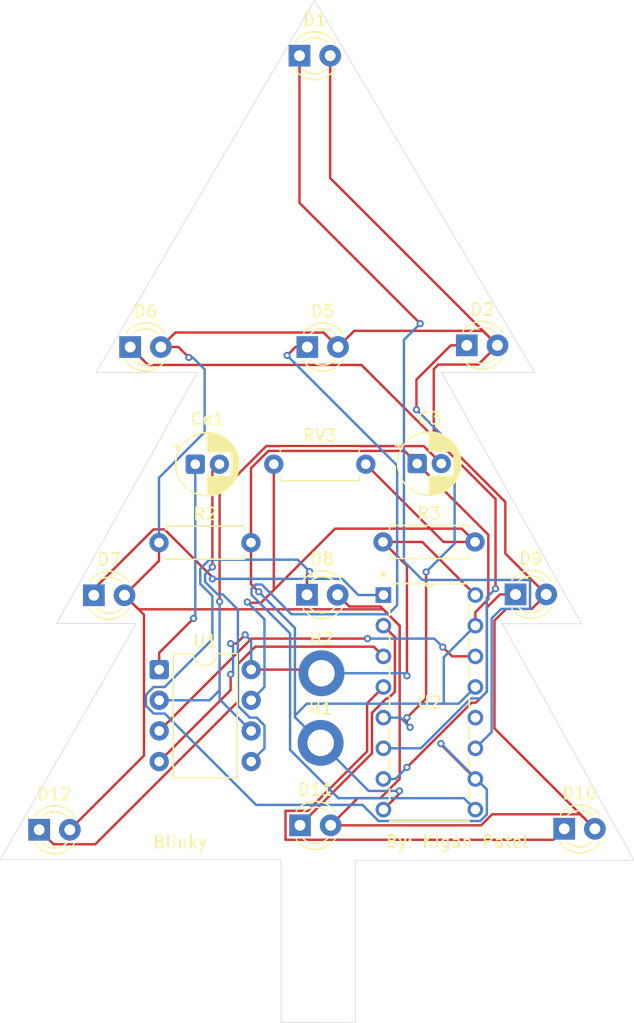
<source format=kicad_pcb>
(kicad_pcb (version 20241229) (generator "pcbnew") (generator_version "9.0")
  (layers (0 "F.Cu" signal) (2 "B.Cu" signal) (13 "F.Paste" user) (15 "B.Paste" user) (5 "F.SilkS" user "F.Silkscreen") (7 "B.SilkS" user "B.Silkscreen") (1 "F.Mask" user) (3 "B.Mask" user) (25 "Edge.Cuts" user))
  (net 0 "")
  (net 1 "TR")
  (net 2 "GND")
  (net 3 "Net-(U1-CV)")
  (net 4 "Net-(U1-GND)")
  (net 5 "Net-(D1-K)")
  (net 6 "Net-(D1-A)")
  (net 7 "Net-(D2-K)")
  (net 8 "Net-(D11-K)")
  (net 9 "Net-(D12-K)")
  (net 10 "Net-(D5-K)")
  (net 11 "Net-(D6-K)")
  (net 12 "Net-(D7-K)")
  (net 13 "Net-(D8-K)")
  (net 14 "Net-(D9-K)")
  (net 15 "Net-(D10-K)")
  (net 16 "+5V")
  (net 17 "Net-(U1-DIS)")
  (net 18 "OUT")
  (footprint "Capacitor_THT:CP_Radial_D5.0mm_P2.00mm" (layer "F.Cu") (at 137.595888 95.08895)
    (property "Reference" "Ce1" (at 1 -3.75 0) (layer "F.SilkS"))
    (property "Value" "0.01 uf")
    (pad "1" thru_hole roundrect (at 0 0) (size 1.6 1.6) (drill 0.8) (layers "*.Cu" "*.Mask") (roundrect_rratio 0.15625) (net 4 "Net-(U1-GND)"))
    (pad "2" thru_hole circle (at 2 0) (size 1.6 1.6) (drill 0.8) (layers "*.Cu" "*.Mask") (net 3 "Net-(U1-CV)"))
  )
  (footprint "LED_THT:LED_D3.0mm" (layer "F.Cu") (at 124.661 125.37895)
    (property "Reference" "D12" (at 1.27 -2.96 0) (layer "F.SilkS"))
    (property "Value" "LED")
    (pad "1" thru_hole rect (at 0 0) (size 1.8 1.8) (drill 0.9) (layers "*.Cu" "*.Mask") (net 9 "Net-(D12-K)"))
    (pad "2" thru_hole circle (at 2.54 0) (size 1.8 1.8) (drill 0.9) (layers "*.Cu" "*.Mask") (net 6 "Net-(D1-A)"))
  )
  (footprint "Package_DIP:DIP-8_W7.62mm" (layer "F.Cu") (at 134.606 112.10895)
    (property "Reference" "U1" (at 3.81 -2.33 0) (layer "F.SilkS"))
    (property "Value" "NE555P")
    (pad "1" thru_hole roundrect (at 0 0) (size 1.6 1.6) (drill 0.8) (layers "*.Cu" "*.Mask") (roundrect_rratio 0.15625) (net 4 "Net-(U1-GND)"))
    (pad "2" thru_hole circle (at 0 2.54) (size 1.6 1.6) (drill 0.8) (layers "*.Cu" "*.Mask") (net 1 "TR"))
    (pad "3" thru_hole circle (at 0 5.08) (size 1.6 1.6) (drill 0.8) (layers "*.Cu" "*.Mask") (net 18 "OUT"))
    (pad "4" thru_hole circle (at 0 7.62) (size 1.6 1.6) (drill 0.8) (layers "*.Cu" "*.Mask") (net 16 "+5V"))
    (pad "5" thru_hole circle (at 7.62 7.62) (size 1.6 1.6) (drill 0.8) (layers "*.Cu" "*.Mask") (net 3 "Net-(U1-CV)"))
    (pad "6" thru_hole circle (at 7.62 5.08) (size 1.6 1.6) (drill 0.8) (layers "*.Cu" "*.Mask") (net 1 "TR"))
    (pad "7" thru_hole circle (at 7.62 2.54) (size 1.6 1.6) (drill 0.8) (layers "*.Cu" "*.Mask") (net 17 "Net-(U1-DIS)"))
    (pad "8" thru_hole circle (at 7.62 0) (size 1.6 1.6) (drill 0.8) (layers "*.Cu" "*.Mask") (net 16 "+5V"))
  )
  (footprint "Resistor_THT:R_Axial_DIN0207_L6.3mm_D2.5mm_P7.62mm_Horizontal" (layer "F.Cu") (at 144.101 95.08895)
    (property "Reference" "RV3" (at 3.81 -2.37 0) (layer "F.SilkS"))
    (property "Value" "50K")
    (pad "1" thru_hole circle (at 0 0) (size 1.6 1.6) (drill 0.8) (layers "*.Cu" "*.Mask") (net 17 "Net-(U1-DIS)"))
    (pad "2" thru_hole circle (at 7.62 0) (size 1.6 1.6) (drill 0.8) (layers "*.Cu" "*.Mask") (net 17 "Net-(U1-DIS)"))
  )
  (footprint "footprints:N16" (layer "F.Cu") (at 160.801 123.70895)
    (property "Reference" "U2" (at -3.81 -8.89 0) (layer "F.SilkS"))
    (property "Value" "4017")
    (fp_text user "*" (at -7.62 -19.1897 0) (layer "F.SilkS"))
    (fp_text user "*" (at -7.62 -19.1897 0) (layer "F.SilkS"))
    (pad "1" thru_hole rect (at -7.62 -17.78) (size 1.2954 1.2954) (drill 0.7874) (layers "*.Cu" "*.Mask") (net 12 "Net-(D7-K)"))
    (pad "2" thru_hole circle (at -7.62 -15.24) (size 1.2954 1.2954) (drill 0.7874) (layers "*.Cu" "*.Mask") (net 8 "Net-(D11-K)"))
    (pad "3" thru_hole circle (at -7.62 -12.7) (size 1.2954 1.2954) (drill 0.7874) (layers "*.Cu" "*.Mask") (net 9 "Net-(D12-K)"))
    (pad "4" thru_hole circle (at -7.62 -10.16) (size 1.2954 1.2954) (drill 0.7874) (layers "*.Cu" "*.Mask") (net 15 "Net-(D10-K)"))
    (pad "5" thru_hole circle (at -7.62 -7.62) (size 1.2954 1.2954) (drill 0.7874) (layers "*.Cu" "*.Mask") (net 7 "Net-(D2-K)"))
    (pad "6" thru_hole circle (at -7.62 -5.08) (size 1.2954 1.2954) (drill 0.7874) (layers "*.Cu" "*.Mask") (net 11 "Net-(D6-K)"))
    (pad "7" thru_hole circle (at -7.62 -2.54) (size 1.2954 1.2954) (drill 0.7874) (layers "*.Cu" "*.Mask") (net 14 "Net-(D9-K)"))
    (pad "8" thru_hole circle (at -7.62 0) (size 1.2954 1.2954) (drill 0.7874) (layers "*.Cu" "*.Mask") (net 2 "GND"))
    (pad "9" thru_hole circle (at 0 0) (size 1.2954 1.2954) (drill 0.7874) (layers "*.Cu" "*.Mask") (net 10 "Net-(D5-K)"))
    (pad "10" thru_hole circle (at 0 -2.54) (size 1.2954 1.2954) (drill 0.7874) (layers "*.Cu" "*.Mask") (net 13 "Net-(D8-K)"))
    (pad "11" thru_hole circle (at 0 -5.08) (size 1.2954 1.2954) (drill 0.7874) (layers "*.Cu" "*.Mask") (net 5 "Net-(D1-K)"))
    (pad "12" thru_hole circle (at 0 -7.62) (size 1.2954 1.2954) (drill 0.7874) (layers "*.Cu" "*.Mask"))
    (pad "13" thru_hole circle (at 0 -10.16) (size 1.2954 1.2954) (drill 0.7874) (layers "*.Cu" "*.Mask") (net 2 "GND"))
    (pad "14" thru_hole circle (at 0 -12.7) (size 1.2954 1.2954) (drill 0.7874) (layers "*.Cu" "*.Mask") (net 18 "OUT"))
    (pad "15" thru_hole circle (at 0 -15.24) (size 1.2954 1.2954) (drill 0.7874) (layers "*.Cu" "*.Mask") (net 2 "GND"))
    (pad "16" thru_hole circle (at 0 -17.78) (size 1.2954 1.2954) (drill 0.7874) (layers "*.Cu" "*.Mask") (net 16 "+5V"))
  )
  (footprint "LED_THT:LED_D3.0mm" (layer "F.Cu") (at 146.851 105.90895)
    (property "Reference" "D8" (at 1.27 -2.96 0) (layer "F.SilkS"))
    (property "Value" "LED")
    (pad "1" thru_hole rect (at 0 0) (size 1.8 1.8) (drill 0.9) (layers "*.Cu" "*.Mask") (net 13 "Net-(D8-K)"))
    (pad "2" thru_hole circle (at 2.54 0) (size 1.8 1.8) (drill 0.9) (layers "*.Cu" "*.Mask") (net 6 "Net-(D1-A)"))
  )
  (footprint "MountingHole:MountingHole_2.2mm_M2_DIN965_Pad" (layer "F.Cu") (at 147.981 118.17895)
    (property "Reference" "H1" (at 0 -2.85 0) (layer "F.SilkS"))
    (property "Value" "MountingHole_Pad")
    (pad "1" thru_hole circle (at 0 0) (size 3.8 3.8) (drill 2.2) (layers "*.Cu" "*.Mask") (net 2 "GND"))
  )
  (footprint "LED_THT:LED_D3.0mm" (layer "F.Cu") (at 129.191 105.94895)
    (property "Reference" "D7" (at 1.27 -2.96 0) (layer "F.SilkS"))
    (property "Value" "LED")
    (pad "1" thru_hole rect (at 0 0) (size 1.8 1.8) (drill 0.9) (layers "*.Cu" "*.Mask") (net 12 "Net-(D7-K)"))
    (pad "2" thru_hole circle (at 2.54 0) (size 1.8 1.8) (drill 0.9) (layers "*.Cu" "*.Mask") (net 6 "Net-(D1-A)"))
  )
  (footprint "LED_THT:LED_D3.0mm" (layer "F.Cu") (at 160.091 85.23895)
    (property "Reference" "D2" (at 1.27 -2.96 0) (layer "F.SilkS"))
    (property "Value" "LED")
    (pad "1" thru_hole rect (at 0 0) (size 1.8 1.8) (drill 0.9) (layers "*.Cu" "*.Mask") (net 7 "Net-(D2-K)"))
    (pad "2" thru_hole circle (at 2.54 0) (size 1.8 1.8) (drill 0.9) (layers "*.Cu" "*.Mask") (net 6 "Net-(D1-A)"))
  )
  (footprint "LED_THT:LED_D3.0mm" (layer "F.Cu") (at 146.271 125.00895)
    (property "Reference" "D11" (at 1.27 -2.96 0) (layer "F.SilkS"))
    (property "Value" "LED")
    (pad "1" thru_hole rect (at 0 0) (size 1.8 1.8) (drill 0.9) (layers "*.Cu" "*.Mask") (net 8 "Net-(D11-K)"))
    (pad "2" thru_hole circle (at 2.54 0) (size 1.8 1.8) (drill 0.9) (layers "*.Cu" "*.Mask") (net 6 "Net-(D1-A)"))
  )
  (footprint "LED_THT:LED_D3.0mm" (layer "F.Cu") (at 168.161 125.29895)
    (property "Reference" "D10" (at 1.27 -2.96 0) (layer "F.SilkS"))
    (property "Value" "LED")
    (pad "1" thru_hole rect (at 0 0) (size 1.8 1.8) (drill 0.9) (layers "*.Cu" "*.Mask") (net 15 "Net-(D10-K)"))
    (pad "2" thru_hole circle (at 2.54 0) (size 1.8 1.8) (drill 0.9) (layers "*.Cu" "*.Mask") (net 6 "Net-(D1-A)"))
  )
  (footprint "LED_THT:LED_D3.0mm" (layer "F.Cu") (at 132.201 85.37895)
    (property "Reference" "D6" (at 1.27 -2.96 0) (layer "F.SilkS"))
    (property "Value" "LED")
    (pad "1" thru_hole rect (at 0 0) (size 1.8 1.8) (drill 0.9) (layers "*.Cu" "*.Mask") (net 11 "Net-(D6-K)"))
    (pad "2" thru_hole circle (at 2.54 0) (size 1.8 1.8) (drill 0.9) (layers "*.Cu" "*.Mask") (net 6 "Net-(D1-A)"))
  )
  (footprint "LED_THT:LED_D3.0mm" (layer "F.Cu") (at 164.131 105.87895)
    (property "Reference" "D9" (at 1.27 -2.96 0) (layer "F.SilkS"))
    (property "Value" "LED")
    (pad "1" thru_hole rect (at 0 0) (size 1.8 1.8) (drill 0.9) (layers "*.Cu" "*.Mask") (net 14 "Net-(D9-K)"))
    (pad "2" thru_hole circle (at 2.54 0) (size 1.8 1.8) (drill 0.9) (layers "*.Cu" "*.Mask") (net 6 "Net-(D1-A)"))
  )
  (footprint "Resistor_THT:R_Axial_DIN0207_L6.3mm_D2.5mm_P7.62mm_Horizontal" (layer "F.Cu") (at 134.591 101.58895)
    (property "Reference" "R2" (at 3.81 -2.37 0) (layer "F.SilkS"))
    (property "Value" "470")
    (pad "1" thru_hole circle (at 0 0) (size 1.6 1.6) (drill 0.8) (layers "*.Cu" "*.Mask") (net 6 "Net-(D1-A)"))
    (pad "2" thru_hole circle (at 7.62 0) (size 1.6 1.6) (drill 0.8) (layers "*.Cu" "*.Mask") (net 2 "GND"))
  )
  (footprint "LED_THT:LED_D3.0mm" (layer "F.Cu") (at 146.231 61.23895)
    (property "Reference" "D1" (at 1.27 -2.96 0) (layer "F.SilkS"))
    (property "Value" "LED")
    (pad "1" thru_hole rect (at 0 0) (size 1.8 1.8) (drill 0.9) (layers "*.Cu" "*.Mask") (net 5 "Net-(D1-K)"))
    (pad "2" thru_hole circle (at 2.54 0) (size 1.8 1.8) (drill 0.9) (layers "*.Cu" "*.Mask") (net 6 "Net-(D1-A)"))
  )
  (footprint "MountingHole:MountingHole_2.2mm_M2_DIN965_Pad" (layer "F.Cu") (at 148.051 112.40895)
    (property "Reference" "H2" (at 0 -2.85 0) (layer "F.SilkS"))
    (property "Value" "MountingHole_Pad")
    (pad "1" thru_hole circle (at 0 0) (size 3.8 3.8) (drill 2.2) (layers "*.Cu" "*.Mask") (net 16 "+5V"))
  )
  (footprint "Capacitor_THT:CP_Radial_D5.0mm_P2.00mm" (layer "F.Cu") (at 155.981 95.03895)
    (property "Reference" "C3" (at 1 -3.75 0) (layer "F.SilkS"))
    (property "Value" "1 Uf")
    (pad "1" thru_hole roundrect (at 0 0) (size 1.6 1.6) (drill 0.8) (layers "*.Cu" "*.Mask") (roundrect_rratio 0.15625) (net 2 "GND"))
    (pad "2" thru_hole circle (at 2 0) (size 1.6 1.6) (drill 0.8) (layers "*.Cu" "*.Mask") (net 1 "TR"))
  )
  (footprint "LED_THT:LED_D3.0mm" (layer "F.Cu") (at 146.881 85.37895)
    (property "Reference" "D5" (at 1.27 -2.96 0) (layer "F.SilkS"))
    (property "Value" "LED")
    (pad "1" thru_hole rect (at 0 0) (size 1.8 1.8) (drill 0.9) (layers "*.Cu" "*.Mask") (net 10 "Net-(D5-K)"))
    (pad "2" thru_hole circle (at 2.54 0) (size 1.8 1.8) (drill 0.9) (layers "*.Cu" "*.Mask") (net 6 "Net-(D1-A)"))
  )
  (footprint "Resistor_THT:R_Axial_DIN0207_L6.3mm_D2.5mm_P7.62mm_Horizontal" (layer "F.Cu") (at 153.151 101.52895)
    (property "Reference" "R3" (at 3.81 -2.37 0) (layer "F.SilkS"))
    (property "Value" "1K")
    (pad "1" thru_hole circle (at 0 0) (size 1.6 1.6) (drill 0.8) (layers "*.Cu" "*.Mask") (net 16 "+5V"))
    (pad "2" thru_hole circle (at 7.62 0) (size 1.6 1.6) (drill 0.8) (layers "*.Cu" "*.Mask") (net 17 "Net-(U1-DIS)"))
  )
  (gr_line (start 144.701 127.83895) (end 121.441 127.83895) (stroke (width 0.05)) (layer "Edge.Cuts"))
  (gr_line (start 137.771 87.47895) (end 129.391 87.47895) (stroke (width 0.05)) (layer "Edge.Cuts"))
  (gr_line (start 144.701 141.34895) (end 144.701 127.83895) (stroke (width 0.05)) (layer "Edge.Cuts"))
  (gr_line (start 129.391 87.47895) (end 147.481 56.64895) (stroke (width 0.05)) (layer "Edge.Cuts"))
  (gr_line (start 148.021 141.35895) (end 144.701 141.34895) (stroke (width 0.05)) (layer "Edge.Cuts"))
  (gr_line (start 165.711 87.47895) (end 158.001 87.47895) (stroke (width 0.05)) (layer "Edge.Cuts"))
  (gr_line (start 132.701 108.27895) (end 126.121 108.27895) (stroke (width 0.05)) (layer "Edge.Cuts"))
  (gr_line (start 173.941 127.90895) (end 150.861 127.90895) (stroke (width 0.05)) (layer "Edge.Cuts"))
  (gr_line (start 150.861 141.36895) (end 148.021 141.35895) (stroke (width 0.05)) (layer "Edge.Cuts"))
  (gr_line (start 126.121 108.27895) (end 137.771 87.47895) (stroke (width 0.05)) (layer "Edge.Cuts"))
  (gr_line (start 169.581 108.30895) (end 163.031 108.30895) (stroke (width 0.05)) (layer "Edge.Cuts"))
  (gr_line (start 158.001 87.47895) (end 169.581 108.30895) (stroke (width 0.05)) (layer "Edge.Cuts"))
  (gr_line (start 150.861 127.90895) (end 150.861 141.36895) (stroke (width 0.05)) (layer "Edge.Cuts"))
  (gr_line (start 163.031 108.30895) (end 173.941 127.90895) (stroke (width 0.05)) (layer "Edge.Cuts"))
  (gr_line (start 147.481 56.64895) (end 165.711 87.47895) (stroke (width 0.05)) (layer "Edge.Cuts"))
  (gr_line (start 121.441 127.83895) (end 132.701 108.27895) (stroke (width 0.05)) (layer "Edge.Cuts"))
  (gr_text "By: Kigan Patel" (at 153.291 126.93895 0) (layer "F.SilkS") (effects (font (size 1 1)) (justify left bottom)))
  (gr_text "Blinky" (at 134.001 126.97895 0) (layer "F.SilkS") (effects (font (size 1 1)) (justify left bottom)))
  (segment (start 143.47885 93.58695) (end 139.611 97.4548) (width 0.2) (layer "F.Cu") (net 1))
  (segment (start 139.611 97.4548) (end 139.611 106.46895) (width 0.2) (layer "F.Cu") (net 1))
  (segment (start 156.529 93.58695) (end 143.47885 93.58695) (width 0.2) (layer "F.Cu") (net 1))
  (segment (start 157.981 95.03895) (end 156.529 93.58695) (width 0.2) (layer "F.Cu") (net 1))
  (via (at 139.611 106.46895) (size 0.6) (drill 0.3) (layers "F.Cu" "B.Cu") (net 1))
  (segment (start 138.781 114.64895) (end 134.606 114.64895) (width 0.2) (layer "B.Cu") (net 1))
  (segment (start 139.611 113.84895) (end 139.611 114.57395) (width 0.2) (layer "B.Cu") (net 1))
  (segment (start 139.611 106.46895) (end 139.611 113.84895) (width 0.2) (layer "B.Cu") (net 1))
  (segment (start 139.611 113.84895) (end 139.581 113.84895) (width 0.2) (layer "B.Cu") (net 1))
  (segment (start 139.581 113.84895) (end 138.781 114.64895) (width 0.2) (layer "B.Cu") (net 1))
  (segment (start 139.611 114.57395) (end 142.226 117.18895) (width 0.2) (layer "B.Cu") (net 1))
  (segment (start 153.181 123.70895) (end 154.511 122.37895) (width 0.2) (layer "F.Cu") (net 2))
  (segment (start 161.872 100.92995) (end 161.872 106.275115) (width 0.2) (layer "F.Cu") (net 2))
  (segment (start 155.981 95.03895) (end 154.93 93.98795) (width 0.2) (layer "F.Cu") (net 2))
  (segment (start 160.801 107.346115) (end 160.801 108.46895) (width 0.2) (layer "F.Cu") (net 2))
  (segment (start 142.211 95.4219) (end 142.211 101.58895) (width 0.2) (layer "F.Cu") (net 2))
  (segment (start 161.872 106.275115) (end 160.801 107.346115) (width 0.2) (layer "F.Cu") (net 2))
  (segment (start 154.93 93.98795) (end 143.64495 93.98795) (width 0.2) (layer "F.Cu") (net 2))
  (segment (start 155.981 95.03895) (end 161.872 100.92995) (width 0.2) (layer "F.Cu") (net 2))
  (segment (start 143.64495 93.98795) (end 142.211 95.4219) (width 0.2) (layer "F.Cu") (net 2))
  (segment (start 154.511 122.37895) (end 154.511 122.16025) (width 0.2) (layer "F.Cu") (net 2))
  (segment (start 142.211 101.58895) (end 142.211 105.01895) (width 0.2) (layer "F.Cu") (net 2))
  (segment (start 142.211 105.01895) (end 142.851 105.65895) (width 0.2) (layer "F.Cu") (net 2))
  (via (at 142.851 105.65895) (size 0.6) (drill 0.3) (layers "F.Cu" "B.Cu") (net 2))
  (via (at 154.511 122.16025) (size 0.6) (drill 0.3) (layers "F.Cu" "B.Cu") (net 2))
  (segment (start 145.85 115.91895) (end 145.85 116.04795) (width 0.2) (layer "B.Cu") (net 2))
  (segment (start 159.421 114.92895) (end 160.801 113.54895) (width 0.2) (layer "B.Cu") (net 2))
  (segment (start 145.85 108.65795) (end 145.85 115.91895) (width 0.2) (layer "B.Cu") (net 2))
  (segment (start 151.9623 122.16025) (end 147.981 118.17895) (width 0.2) (layer "B.Cu") (net 2))
  (segment (start 145.85 115.91895) (end 146.84 114.92895) (width 0.2) (layer "B.Cu") (net 2))
  (segment (start 158.181 114.92895) (end 159.421 114.92895) (width 0.2) (layer "B.Cu") (net 2))
  (segment (start 142.851 105.65895) (end 145.85 108.65795) (width 0.2) (layer "B.Cu") (net 2))
  (segment (start 158.181 114.92895) (end 158.181 111.08895) (width 0.2) (layer "B.Cu") (net 2))
  (segment (start 158.181 111.08895) (end 160.801 108.46895) (width 0.2) (layer "B.Cu") (net 2))
  (segment (start 145.85 116.04795) (end 147.981 118.17895) (width 0.2) (layer "B.Cu") (net 2))
  (segment (start 154.511 122.16025) (end 151.9623 122.16025) (width 0.2) (layer "B.Cu") (net 2))
  (segment (start 146.84 114.92895) (end 158.181 114.92895) (width 0.2) (layer "B.Cu") (net 2))
  (segment (start 139.011 95.673838) (end 139.011 103.603373) (width 0.2) (layer "F.Cu") (net 3))
  (segment (start 139.595888 95.08895) (end 139.011 95.673838) (width 0.2) (layer "F.Cu") (net 3))
  (via (at 139.011 103.603373) (size 0.6) (drill 0.3) (layers "F.Cu" "B.Cu") (net 3))
  (segment (start 139.011 103.603373) (end 138.41 104.204373) (width 0.2) (layer "B.Cu") (net 3))
  (segment (start 143.327 116.7329) (end 143.327 118.62795) (width 0.2) (layer "B.Cu") (net 3))
  (segment (start 141.125 107.133007) (end 141.125 115.105) (width 0.2) (layer "B.Cu") (net 3))
  (segment (start 141.125 115.105) (end 142.10795 116.08795) (width 0.2) (layer "B.Cu") (net 3))
  (segment (start 139.440057 105.86795) (end 139.859943 105.86795) (width 0.2) (layer "B.Cu") (net 3))
  (segment (start 142.68205 116.08795) (end 143.327 116.7329) (width 0.2) (layer "B.Cu") (net 3))
  (segment (start 139.859943 105.86795) (end 141.125 107.133007) (width 0.2) (layer "B.Cu") (net 3))
  (segment (start 142.10795 116.08795) (end 142.68205 116.08795) (width 0.2) (layer "B.Cu") (net 3))
  (segment (start 143.327 118.62795) (end 142.226 119.72895) (width 0.2) (layer "B.Cu") (net 3))
  (segment (start 138.41 104.204373) (end 138.41 104.837893) (width 0.2) (layer "B.Cu") (net 3))
  (segment (start 138.41 104.837893) (end 139.440057 105.86795) (width 0.2) (layer "B.Cu") (net 3))
  (segment (start 134.606 112.10895) (end 134.606 110.71395) (width 0.2) (layer "F.Cu") (net 4))
  (segment (start 134.606 110.71395) (end 137.451 107.86895) (width 0.2) (layer "F.Cu") (net 4))
  (via (at 137.451 107.86895) (size 0.6) (drill 0.3) (layers "F.Cu" "B.Cu") (net 4))
  (segment (start 137.595888 107.724062) (end 137.595888 95.08895) (width 0.2) (layer "B.Cu") (net 4))
  (segment (start 137.451 107.86895) (end 137.595888 107.724062) (width 0.2) (layer "B.Cu") (net 4))
  (segment (start 146.231 61.23895) (end 146.231 73.43795) (width 0.2) (layer "F.Cu") (net 5))
  (segment (start 146.231 73.43795) (end 156.231 83.43795) (width 0.2) (layer "F.Cu") (net 5))
  (via (at 156.231 83.43795) (size 0.6) (drill 0.3) (layers "F.Cu" "B.Cu") (net 5))
  (segment (start 162.1507 117.27925) (end 160.801 118.62895) (width 0.2) (layer "B.Cu") (net 5))
  (segment (start 154.88 84.78895) (end 154.88 103.141685) (width 0.2) (layer "B.Cu") (net 5))
  (segment (start 156.416265 104.67795) (end 165.332 104.67795) (width 0.2) (layer "B.Cu") (net 5))
  (segment (start 165.332 107.07995) (end 162.940833 107.07995) (width 0.2) (layer "B.Cu") (net 5))
  (segment (start 154.88 103.141685) (end 156.416265 104.67795) (width 0.2) (layer "B.Cu") (net 5))
  (segment (start 162.940833 107.07995) (end 162.1507 107.870083) (width 0.2) (layer "B.Cu") (net 5))
  (segment (start 156.231 83.43795) (end 154.88 84.78895) (width 0.2) (layer "B.Cu") (net 5))
  (segment (start 162.1507 107.870083) (end 162.1507 117.27925) (width 0.2) (layer "B.Cu") (net 5))
  (segment (start 165.332 104.67795) (end 165.332 107.07995) (width 0.2) (layer "B.Cu") (net 5))
  (segment (start 163.282671 98.216471) (end 163.282671 102.490621) (width 0.2) (layer "F.Cu") (net 6))
  (segment (start 162.192 124.09795) (end 169.5 124.09795) (width 0.2) (layer "F.Cu") (net 6))
  (segment (start 136.201 85.37895) (end 137.061 86.23895) (width 0.2) (layer "F.Cu") (net 6))
  (segment (start 149.421 85.37895) (end 150.762 84.03795) (width 0.2) (layer "F.Cu") (net 6))
  (segment (start 152.931365 122.76025) (end 151.0597 122.76025) (width 0.2) (layer "F.Cu") (net 6))
  (segment (start 153.163665 107.10995) (end 132.892 107.10995) (width 0.2) (layer "F.Cu") (net 6))
  (segment (start 135.942 84.17795) (end 148.22 84.17795) (width 0.2) (layer "F.Cu") (net 6))
  (segment (start 148.771 61.23895) (end 148.771 71.37895) (width 0.2) (layer "F.Cu") (net 6))
  (segment (start 148.811 125.00895) (end 161.281 125.00895) (width 0.2) (layer "F.Cu") (net 6))
  (segment (start 165.47 107.07995) (end 166.671 105.87895) (width 0.2) (layer "F.Cu") (net 6))
  (segment (start 161.037244 86.832706) (end 157.733317 86.832706) (width 0.2) (layer "F.Cu") (net 6))
  (segment (start 157.354756 92.288556) (end 163.282671 98.216471) (width 0.2) (layer "F.Cu") (net 6))
  (segment (start 134.741 85.37895) (end 136.201 85.37895) (width 0.2) (layer "F.Cu") (net 6))
  (segment (start 162.631 85.23895) (end 161.037244 86.832706) (width 0.2) (layer "F.Cu") (net 6))
  (segment (start 134.591 103.08895) (end 134.591 101.58895) (width 0.2) (layer "F.Cu") (net 6))
  (segment (start 132.892 107.10995) (end 131.731 105.94895) (width 0.2) (layer "F.Cu") (net 6))
  (segment (start 133.346059 119.233891) (end 133.346059 107.564009) (width 0.2) (layer "F.Cu") (net 6))
  (segment (start 154.5307 108.476985) (end 153.163665 107.10995) (width 0.2) (layer "F.Cu") (net 6))
  (segment (start 150.3597 106.87765) (end 152.931365 106.87765) (width 0.2) (layer "F.Cu") (net 6))
  (segment (start 131.731 105.94895) (end 134.591 103.08895) (width 0.2) (layer "F.Cu") (net 6))
  (segment (start 161.43 84.03795) (end 162.631 85.23895) (width 0.2) (layer "F.Cu") (net 6))
  (segment (start 163.282671 102.490621) (end 166.671 105.87895) (width 0.2) (layer "F.Cu") (net 6))
  (segment (start 170.701 125.29895) (end 162.384796 116.982746) (width 0.2) (layer "F.Cu") (net 6))
  (segment (start 154.5307 121.160915) (end 152.931365 122.76025) (width 0.2) (layer "F.Cu") (net 6))
  (segment (start 169.5 124.09795) (end 170.701 125.29895) (width 0.2) (layer "F.Cu") (net 6))
  (segment (start 150.762 84.03795) (end 161.43 84.03795) (width 0.2) (layer "F.Cu") (net 6))
  (segment (start 152.931365 106.87765) (end 154.5307 108.476985) (width 0.2) (layer "F.Cu") (net 6))
  (segment (start 133.346059 107.564009) (end 131.731 105.94895) (width 0.2) (layer "F.Cu") (net 6))
  (segment (start 148.771 71.37895) (end 162.631 85.23895) (width 0.2) (layer "F.Cu") (net 6))
  (segment (start 162.384796 108.041283) (end 163.346129 107.07995) (width 0.2) (layer "F.Cu") (net 6))
  (segment (start 162.384796 116.982746) (end 162.384796 108.041283) (width 0.2) (layer "F.Cu") (net 6))
  (segment (start 154.5307 108.476985) (end 154.5307 121.160915) (width 0.2) (layer "F.Cu") (net 6))
  (segment (start 149.391 105.90895) (end 150.3597 106.87765) (width 0.2) (layer "F.Cu") (net 6))
  (segment (start 157.733317 86.832706) (end 157.354756 87.211267) (width 0.2) (layer "F.Cu") (net 6))
  (segment (start 161.281 125.00895) (end 162.192 124.09795) (width 0.2) (layer "F.Cu") (net 6))
  (segment (start 134.741 85.37895) (end 135.942 84.17795) (width 0.2) (layer "F.Cu") (net 6))
  (segment (start 127.201 125.37895) (end 133.346059 119.233891) (width 0.2) (layer "F.Cu") (net 6))
  (segment (start 148.22 84.17795) (end 149.421 85.37895) (width 0.2) (layer "F.Cu") (net 6))
  (segment (start 157.354756 87.211267) (end 157.354756 92.288556) (width 0.2) (layer "F.Cu") (net 6))
  (segment (start 163.346129 107.07995) (end 165.47 107.07995) (width 0.2) (layer "F.Cu") (net 6))
  (segment (start 151.0597 122.76025) (end 148.811 125.00895) (width 0.2) (layer "F.Cu") (net 6))
  (via (at 137.061 86.23895) (size 0.6) (drill 0.3) (layers "F.Cu" "B.Cu") (net 6))
  (segment (start 138.372 92.426678) (end 134.591 96.207678) (width 0.2) (layer "B.Cu") (net 6))
  (segment (start 137.061 86.23895) (end 137.380942 86.23895) (width 0.2) (layer "B.Cu") (net 6))
  (segment (start 137.380942 86.23895) (end 138.372 87.230008) (width 0.2) (layer "B.Cu") (net 6))
  (segment (start 134.591 96.207678) (end 134.591 101.58895) (width 0.2) (layer "B.Cu") (net 6))
  (segment (start 138.372 87.230008) (end 138.372 92.426678) (width 0.2) (layer "B.Cu") (net 6))
  (segment (start 160.091 85.23895) (end 158.759973 85.23895) (width 0.2) (layer "F.Cu") (net 7))
  (segment (start 156.721 104.01895) (end 156.721 114.49865) (width 0.2) (layer "F.Cu") (net 7))
  (segment (start 156.721 114.49865) (end 155.1307 116.08895) (width 0.2) (layer "F.Cu") (net 7))
  (segment (start 155.91879 88.080133) (end 155.91879 90.57116) (width 0.2) (layer "F.Cu") (net 7))
  (segment (start 158.759973 85.23895) (end 155.91879 88.080133) (width 0.2) (layer "F.Cu") (net 7))
  (segment (start 155.1307 116.62865) (end 155.391 116.88895) (width 0.2) (layer "F.Cu") (net 7))
  (segment (start 155.1307 116.08895) (end 155.1307 116.62865) (width 0.2) (layer "F.Cu") (net 7))
  (via (at 155.91879 90.57116) (size 0.6) (drill 0.3) (layers "F.Cu" "B.Cu") (net 7))
  (via (at 156.721 104.01895) (size 0.6) (drill 0.3) (layers "F.Cu" "B.Cu") (net 7))
  (via (at 155.391 116.88895) (size 0.6) (drill 0.3) (layers "F.Cu" "B.Cu") (net 7))
  (via (at 155.1307 116.08895) (size 0.6) (drill 0.3) (layers "F.Cu" "B.Cu") (net 7))
  (segment (start 159.082 93.73437) (end 159.082 101.65795) (width 0.2) (layer "B.Cu") (net 7))
  (segment (start 155.91879 90.57116) (end 159.082 93.73437) (width 0.2) (layer "B.Cu") (net 7))
  (segment (start 159.082 101.65795) (end 156.721 104.01895) (width 0.2) (layer "B.Cu") (net 7))
  (segment (start 155.391 116.88895) (end 154.591 116.08895) (width 0.2) (layer "B.Cu") (net 7))
  (segment (start 154.591 116.08895) (end 153.181 116.08895) (width 0.2) (layer "B.Cu") (net 7))
  (segment (start 154.1297 109.41765) (end 153.181 108.46895) (width 0.2) (layer "F.Cu") (net 8))
  (segment (start 153.430635 114.49765) (end 153.573965 114.49765) (width 0.2) (layer "F.Cu") (net 8))
  (segment (start 146.271 125.00895) (end 152.2323 119.04765) (width 0.2) (layer "F.Cu") (net 8))
  (segment (start 152.2323 115.695985) (end 153.430635 114.49765) (width 0.2) (layer "F.Cu") (net 8))
  (segment (start 153.573965 114.49765) (end 154.1297 113.941915) (width 0.2) (layer "F.Cu") (net 8))
  (segment (start 154.1297 113.941915) (end 154.1297 109.41765) (width 0.2) (layer "F.Cu") (net 8))
  (segment (start 152.2323 119.04765) (end 152.2323 115.695985) (width 0.2) (layer "F.Cu") (net 8))
  (segment (start 124.661 125.37895) (end 125.862 126.57995) (width 0.2) (layer "F.Cu") (net 9))
  (segment (start 129.31205 126.57995) (end 141.125 114.767) (width 0.2) (layer "F.Cu") (net 9))
  (segment (start 142.56995 110.20795) (end 152.38 110.20795) (width 0.2) (layer "F.Cu") (net 9))
  (segment (start 141.125 114.767) (end 141.125 111.6529) (width 0.2) (layer "F.Cu") (net 9))
  (segment (start 141.125 111.6529) (end 142.56995 110.20795) (width 0.2) (layer "F.Cu") (net 9))
  (segment (start 152.38 110.20795) (end 153.181 111.00895) (width 0.2) (layer "F.Cu") (net 9))
  (segment (start 125.862 126.57995) (end 129.31205 126.57995) (width 0.2) (layer "F.Cu") (net 9))
  (segment (start 145.901 85.37895) (end 145.201 86.07895) (width 0.2) (layer "F.Cu") (net 10))
  (segment (start 146.881 85.37895) (end 145.901 85.37895) (width 0.2) (layer "F.Cu") (net 10))
  (via (at 145.201 86.07895) (size 0.6) (drill 0.3) (layers "F.Cu" "B.Cu") (net 10))
  (segment (start 142.602057 105.05795) (end 142.25 105.410007) (width 0.2) (layer "B.Cu") (net 10))
  (segment (start 145.562243 107.52025) (end 143.099943 105.05795) (width 0.2) (layer "B.Cu") (net 10))
  (segment (start 154.321 106.773215) (end 153.573965 107.52025) (width 0.2) (layer "B.Cu") (net 10))
  (segment (start 145.449 118.759635) (end 149.449615 122.76025) (width 0.2) (layer "B.Cu") (net 10))
  (segment (start 142.25 105.410007) (end 142.25 105.907893) (width 0.2) (layer "B.Cu") (net 10))
  (segment (start 142.25 105.907893) (end 145.449 109.106893) (width 0.2) (layer "B.Cu") (net 10))
  (segment (start 145.201 86.07895) (end 154.321 95.19895) (width 0.2) (layer "B.Cu") (net 10))
  (segment (start 153.573965 107.52025) (end 145.562243 107.52025) (width 0.2) (layer "B.Cu") (net 10))
  (segment (start 149.449615 122.76025) (end 159.8523 122.76025) (width 0.2) (layer "B.Cu") (net 10))
  (segment (start 154.321 95.19895) (end 154.321 106.773215) (width 0.2) (layer "B.Cu") (net 10))
  (segment (start 145.449 109.106893) (end 145.449 118.759635) (width 0.2) (layer "B.Cu") (net 10))
  (segment (start 159.8523 122.76025) (end 160.801 123.70895) (width 0.2) (layer "B.Cu") (net 10))
  (segment (start 143.099943 105.05795) (end 142.602057 105.05795) (width 0.2) (layer "B.Cu") (net 10))
  (segment (start 151.362045 86.862945) (end 162.472 97.9729) (width 0.2) (layer "F.Cu") (net 11))
  (segment (start 133.684995 86.862945) (end 151.362045 86.862945) (width 0.2) (layer "F.Cu") (net 11))
  (segment (start 132.201 85.37895) (end 133.684995 86.862945) (width 0.2) (layer "F.Cu") (net 11))
  (segment (start 162.472 97.9729) (end 162.472 105.401417) (width 0.2) (layer "F.Cu") (net 11))
  (via (at 162.472 105.401417) (size 0.6) (drill 0.3) (layers "F.Cu" "B.Cu") (net 11))
  (segment (start 160.4194 114.49765) (end 156.2881 118.62895) (width 0.2) (layer "B.Cu") (net 11))
  (segment (start 156.2881 118.62895) (end 153.181 118.62895) (width 0.2) (layer "B.Cu") (net 11))
  (segment (start 161.7497 113.941915) (end 161.193965 114.49765) (width 0.2) (layer "B.Cu") (net 11))
  (segment (start 162.472 105.401417) (end 161.7497 106.123717) (width 0.2) (layer "B.Cu") (net 11))
  (segment (start 161.7497 106.123717) (end 161.7497 113.941915) (width 0.2) (layer "B.Cu") (net 11))
  (segment (start 161.193965 114.49765) (end 160.4194 114.49765) (width 0.2) (layer "B.Cu") (net 11))
  (segment (start 135.04705 100.48795) (end 139.011 104.4519) (width 0.2) (layer "F.Cu") (net 12))
  (segment (start 139.011 104.4519) (end 139.011 104.58895) (width 0.2) (layer "F.Cu") (net 12))
  (segment (start 134.13495 100.48795) (end 135.04705 100.48795) (width 0.2) (layer "F.Cu") (net 12))
  (segment (start 129.191 105.94895) (end 129.191 105.4319) (width 0.2) (layer "F.Cu") (net 12))
  (segment (start 129.191 105.4319) (end 134.13495 100.48795) (width 0.2) (layer "F.Cu") (net 12))
  (via (at 139.011 104.58895) (size 0.6) (drill 0.3) (layers "F.Cu" "B.Cu") (net 12))
  (segment (start 149.769471 104.58895) (end 151.109471 105.92895) (width 0.2) (layer "B.Cu") (net 12))
  (segment (start 151.109471 105.92895) (end 153.181 105.92895) (width 0.2) (layer "B.Cu") (net 12))
  (segment (start 139.011 104.58895) (end 149.769471 104.58895) (width 0.2) (layer "B.Cu") (net 12))
  (segment (start 157.950115 118.318065) (end 157.950115 118.238065) (width 0.2) (layer "F.Cu") (net 13))
  (segment (start 146.851 104.20895) (end 146.851 105.90895) (width 0.2) (layer "F.Cu") (net 13))
  (segment (start 160.801 121.16895) (end 157.950115 118.318065) (width 0.2) (layer "F.Cu") (net 13))
  (segment (start 147.071 103.98895) (end 146.851 104.20895) (width 0.2) (layer "F.Cu") (net 13))
  (via (at 157.950115 118.238065) (size 0.6) (drill 0.3) (layers "F.Cu" "B.Cu") (net 13))
  (via (at 147.071 103.98895) (size 0.6) (drill 0.3) (layers "F.Cu" "B.Cu") (net 13))
  (segment (start 135.06205 115.74995) (end 134.14995 115.74995) (width 0.2) (layer "B.Cu") (net 13))
  (segment (start 157.950115 118.238065) (end 161.7497 122.03765) (width 0.2) (layer "B.Cu") (net 13))
  (segment (start 133.505 114.1929) (end 134.14995 113.54795) (width 0.2) (layer "B.Cu") (net 13))
  (segment (start 135.06205 113.54795) (end 139.01 109.6) (width 0.2) (layer "B.Cu") (net 13))
  (segment (start 134.14995 115.74995) (end 133.505 115.105) (width 0.2) (layer "B.Cu") (net 13))
  (segment (start 138.762057 103.002373) (end 146.084423 103.002373) (width 0.2) (layer "B.Cu") (net 13))
  (segment (start 133.505 115.105) (end 133.505 114.1929) (width 0.2) (layer "B.Cu") (net 13))
  (segment (start 152.788035 124.65765) (end 151.44637 123.315985) (width 0.2) (layer "B.Cu") (net 13))
  (segment (start 151.44637 123.315985) (end 142.628085 123.315985) (width 0.2) (layer "B.Cu") (net 13))
  (segment (start 146.084423 103.002373) (end 147.071 103.98895) (width 0.2) (layer "B.Cu") (net 13))
  (segment (start 138.009 105.003993) (end 138.009 103.75543) (width 0.2) (layer "B.Cu") (net 13))
  (segment (start 161.7497 122.03765) (end 161.7497 124.101915) (width 0.2) (layer "B.Cu") (net 13))
  (segment (start 134.14995 113.54795) (end 135.06205 113.54795) (width 0.2) (layer "B.Cu") (net 13))
  (segment (start 161.193965 124.65765) (end 152.788035 124.65765) (width 0.2) (layer "B.Cu") (net 13))
  (segment (start 138.009 103.75543) (end 138.762057 103.002373) (width 0.2) (layer "B.Cu") (net 13))
  (segment (start 139.01 106.004993) (end 138.009 105.003993) (width 0.2) (layer "B.Cu") (net 13))
  (segment (start 142.628085 123.315985) (end 135.06205 115.74995) (width 0.2) (layer "B.Cu") (net 13))
  (segment (start 161.7497 124.101915) (end 161.193965 124.65765) (width 0.2) (layer "B.Cu") (net 13))
  (segment (start 139.01 109.6) (end 139.01 106.004993) (width 0.2) (layer "B.Cu") (net 13))
  (segment (start 161.7497 106.964515) (end 161.7497 113.941915) (width 0.2) (layer "F.Cu") (net 14))
  (segment (start 164.131 105.87895) (end 162.835265 105.87895) (width 0.2) (layer "F.Cu") (net 14))
  (segment (start 162.835265 105.87895) (end 161.7497 106.964515) (width 0.2) (layer "F.Cu") (net 14))
  (segment (start 160.488035 114.851615) (end 155.1307 120.20895) (width 0.2) (layer "F.Cu") (net 14))
  (segment (start 161.7497 113.941915) (end 160.84 114.851615) (width 0.2) (layer "F.Cu") (net 14))
  (segment (start 160.84 114.851615) (end 160.488035 114.851615) (width 0.2) (layer "F.Cu") (net 14))
  (via (at 155.1307 120.20895) (size 0.6) (drill 0.3) (layers "F.Cu" "B.Cu") (net 14))
  (segment (start 154.1707 121.16895) (end 153.181 121.16895) (width 0.2) (layer "B.Cu") (net 14))
  (segment (start 155.1307 120.20895) (end 154.1707 121.16895) (width 0.2) (layer "B.Cu") (net 14))
  (segment (start 151.8313 118.88155) (end 151.8313 114.89865) (width 0.2) (layer "F.Cu") (net 15))
  (segment (start 145.07 126.20995) (end 145.07 123.80795) (width 0.2) (layer "F.Cu") (net 15))
  (segment (start 167.25 126.20995) (end 145.07 126.20995) (width 0.2) (layer "F.Cu") (net 15))
  (segment (start 145.07 123.80795) (end 146.9049 123.80795) (width 0.2) (layer "F.Cu") (net 15))
  (segment (start 151.8313 114.89865) (end 153.181 113.54895) (width 0.2) (layer "F.Cu") (net 15))
  (segment (start 168.161 125.29895) (end 167.25 126.20995) (width 0.2) (layer "F.Cu") (net 15))
  (segment (start 146.9049 123.80795) (end 151.8313 118.88155) (width 0.2) (layer "F.Cu") (net 15))
  (segment (start 134.606 119.72895) (end 140.525 113.80995) (width 0.2) (layer "F.Cu") (net 16))
  (segment (start 142.226 112.10895) (end 147.751 112.10895) (width 0.2) (layer "F.Cu") (net 16))
  (segment (start 153.151 101.52895) (end 155.1307 103.50865) (width 0.2) (layer "F.Cu") (net 16))
  (segment (start 140.997473 109.94895) (end 141.725 109.221423) (width 0.2) (layer "F.Cu") (net 16))
  (segment (start 155.1307 103.50865) (end 155.1307 112.61895) (width 0.2) (layer "F.Cu") (net 16))
  (segment (start 140.525 109.94895) (end 140.997473 109.94895) (width 0.2) (layer "F.Cu") (net 16))
  (segment (start 140.525 113.80995) (end 140.525 112.49895) (width 0.2) (layer "F.Cu") (net 16))
  (segment (start 147.751 112.10895) (end 148.051 112.40895) (width 0.2) (layer "F.Cu") (net 16))
  (segment (start 153.151 101.52895) (end 156.401 101.52895) (width 0.2) (layer "F.Cu") (net 16))
  (segment (start 156.401 101.52895) (end 160.801 105.92895) (width 0.2) (layer "F.Cu") (net 16))
  (via (at 141.725 109.221423) (size 0.6) (drill 0.3) (layers "F.Cu" "B.Cu") (net 16))
  (via (at 140.525 109.94895) (size 0.6) (drill 0.3) (layers "F.Cu" "B.Cu") (net 16))
  (via (at 140.525 112.49895) (size 0.6) (drill 0.3) (layers "F.Cu" "B.Cu") (net 16))
  (via (at 155.1307 112.61895) (size 0.6) (drill 0.3) (layers "F.Cu" "B.Cu") (net 16))
  (segment (start 154.9207 112.40895) (end 148.051 112.40895) (width 0.2) (layer "B.Cu") (net 16))
  (segment (start 155.1307 112.61895) (end 154.9207 112.40895) (width 0.2) (layer "B.Cu") (net 16))
  (segment (start 140.724 112.10895) (end 140.724 110.14795) (width 0.2) (layer "B.Cu") (net 16))
  (segment (start 141.725 109.221423) (end 142.226 109.722423) (width 0.2) (layer "B.Cu") (net 16))
  (segment (start 140.724 110.14795) (end 140.525 109.94895) (width 0.2) (layer "B.Cu") (net 16))
  (segment (start 140.525 112.49895) (end 140.724 112.49895) (width 0.2) (layer "B.Cu") (net 16))
  (segment (start 142.226 109.722423) (end 142.226 112.10895) (width 0.2) (layer "B.Cu") (net 16))
  (segment (start 140.724 112.49895) (end 140.724 112.10895) (width 0.2) (layer "B.Cu") (net 16))
  (segment (start 144.101 105.50895) (end 143.041 106.56895) (width 0.2) (layer "F.Cu") (net 17))
  (segment (start 159.67 100.42795) (end 160.771 101.52895) (width 0.2) (layer "F.Cu") (net 17))
  (segment (start 149.182 100.42795) (end 159.67 100.42795) (width 0.2) (layer "F.Cu") (net 17))
  (segment (start 141.96 106.56895) (end 141.901 106.50995) (width 0.2) (layer "F.Cu") (net 17))
  (segment (start 160.771 101.52895) (end 158.161 101.52895) (width 0.2) (layer "F.Cu") (net 17))
  (segment (start 158.161 101.52895) (end 151.721 95.08895) (width 0.2) (layer "F.Cu") (net 17))
  (segment (start 143.041 106.56895) (end 141.96 106.56895) (width 0.2) (layer "F.Cu") (net 17))
  (segment (start 144.101 95.08895) (end 144.101 105.50895) (width 0.2) (layer "F.Cu") (net 17))
  (segment (start 144.101 105.50895) (end 149.182 100.42795) (width 0.2) (layer "F.Cu") (net 17))
  (via (at 141.901 106.50995) (size 0.6) (drill 0.3) (layers "F.Cu" "B.Cu") (net 17))
  (segment (start 141.901 106.50995) (end 143.327 107.93595) (width 0.2) (layer "B.Cu") (net 17))
  (segment (start 143.327 107.93595) (end 143.327 113.54795) (width 0.2) (layer "B.Cu") (net 17))
  (segment (start 143.327 113.54795) (end 142.226 114.64895) (width 0.2) (layer "B.Cu") (net 17))
  (segment (start 134.606 117.18895) (end 142.256 109.53895) (width 0.2) (layer "F.Cu") (net 18))
  (segment (start 158.871 111.00895) (end 160.801 111.00895) (width 0.2) (layer "F.Cu") (net 18))
  (segment (start 142.256 109.53895) (end 151.861 109.53895) (width 0.2) (layer "F.Cu") (net 18))
  (segment (start 158.101 110.23895) (end 158.871 111.00895) (width 0.2) (layer "F.Cu") (net 18))
  (via (at 158.101 110.23895) (size 0.6) (drill 0.3) (layers "F.Cu" "B.Cu") (net 18))
  (via (at 151.861 109.53895) (size 0.6) (drill 0.3) (layers "F.Cu" "B.Cu") (net 18))
  (segment (start 157.401 109.53895) (end 158.101 110.23895) (width 0.2) (layer "B.Cu") (net 18))
  (segment (start 151.861 109.53895) (end 157.401 109.53895) (width 0.2) (layer "B.Cu") (net 18))
)
</source>
